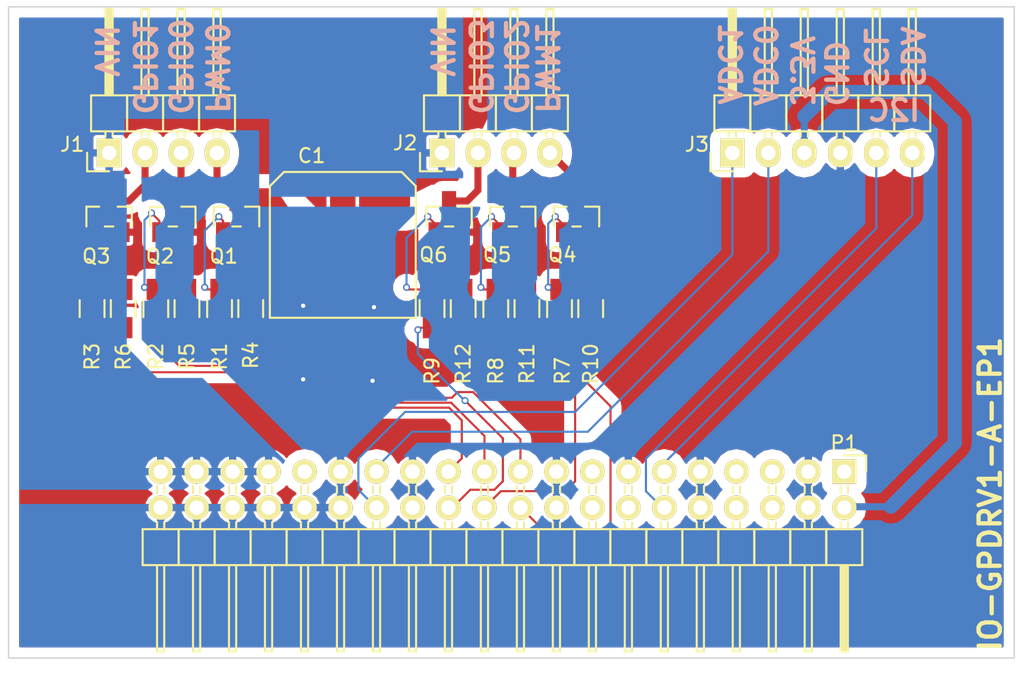
<source format=kicad_pcb>
(kicad_pcb (version 4) (host pcbnew 4.0.4-stable)
  (layers (0 F.Cu mixed) (31 B.Cu mixed) (34 B.Paste user) (35 F.Paste user) (36 B.SilkS user) (37 F.SilkS user) (38 B.Mask user) (39 F.Mask user) (44 Edge.Cuts user))
  (net 0 "")
  (net 1 GND)
  (net 2 /P3V3)
  (net 3 /I2C_SDA)
  (net 4 /I2C_SCL)
  (net 5 /DRIVE_VIN)
  (net 6 /DRIVE0_A)
  (net 7 /DRIVE0_B)
  (net 8 /DRIVE0_C)
  (net 9 /DRIVE1_A)
  (net 10 /DRIVE1_B)
  (net 11 /DRIVE1_C)
  (net 12 /ADC0)
  (net 13 /ADC1)
  (net 14 /DRIVE0_A_SIG)
  (net 15 /DRIVE1_A_SIG)
  (net 16 /DRIVE0_B_SIG)
  (net 17 /DRIVE0_C_SIG)
  (net 18 /DRIVE1_B_SIG)
  (net 19 /DRIVE1_C_SIG)
  (net 20 "Net-(Q1-Pad1)")
  (net 21 "Net-(Q2-Pad1)")
  (net 22 "Net-(Q3-Pad1)")
  (net 23 "Net-(Q4-Pad1)")
  (net 24 "Net-(Q5-Pad1)")
  (net 25 "Net-(Q6-Pad1)")
  (module Pin_Headers:Pin_Header_Angled_2x20 (layer F.Cu) (at 170.9 111.52 270)
    (fp_text reference P1 (at -2.02 0 360) (layer F.SilkS))
    (fp_text value OCX40)
    (pad 1 thru_hole rect (at 0 0 270) (size 1.7272 1.7272) (drill 1.016) (layers *.Cu *.Mask F.SilkS))
    (pad 2 thru_hole oval (at 2.54 0 270) (size 1.7272 1.7272) (drill 1.016) (layers *.Cu *.Mask F.SilkS) (net 2 /P3V3))
    (pad 3 thru_hole oval (at 0 2.54 270) (size 1.7272 1.7272) (drill 1.016) (layers *.Cu *.Mask F.SilkS) (net 1 GND))
    (pad 4 thru_hole oval (at 2.54 2.54 270) (size 1.7272 1.7272) (drill 1.016) (layers *.Cu *.Mask F.SilkS) (net 1 GND))
    (pad 5 thru_hole oval (at 0 5.08 270) (size 1.7272 1.7272) (drill 1.016) (layers *.Cu *.Mask F.SilkS))
    (pad 6 thru_hole oval (at 2.54 5.08 270) (size 1.7272 1.7272) (drill 1.016) (layers *.Cu *.Mask F.SilkS))
    (pad 7 thru_hole oval (at 0 7.62 270) (size 1.7272 1.7272) (drill 1.016) (layers *.Cu *.Mask F.SilkS))
    (pad 8 thru_hole oval (at 2.54 7.62 270) (size 1.7272 1.7272) (drill 1.016) (layers *.Cu *.Mask F.SilkS))
    (pad 9 thru_hole oval (at 0 10.16 270) (size 1.7272 1.7272) (drill 1.016) (layers *.Cu *.Mask F.SilkS) (net 1 GND))
    (pad 10 thru_hole oval (at 2.54 10.16 270) (size 1.7272 1.7272) (drill 1.016) (layers *.Cu *.Mask F.SilkS) (net 1 GND))
    (pad 11 thru_hole oval (at 0 12.7 270) (size 1.7272 1.7272) (drill 1.016) (layers *.Cu *.Mask F.SilkS) (net 3 /I2C_SDA))
    (pad 12 thru_hole oval (at 2.54 12.7 270) (size 1.7272 1.7272) (drill 1.016) (layers *.Cu *.Mask F.SilkS) (net 4 /I2C_SCL))
    (pad 13 thru_hole oval (at 0 15.24 270) (size 1.7272 1.7272) (drill 1.016) (layers *.Cu *.Mask F.SilkS) (net 1 GND))
    (pad 14 thru_hole oval (at 2.54 15.24 270) (size 1.7272 1.7272) (drill 1.016) (layers *.Cu *.Mask F.SilkS))
    (pad 15 thru_hole oval (at 0 17.78 270) (size 1.7272 1.7272) (drill 1.016) (layers *.Cu *.Mask F.SilkS))
    (pad 16 thru_hole oval (at 2.54 17.78 270) (size 1.7272 1.7272) (drill 1.016) (layers *.Cu *.Mask F.SilkS))
    (pad 17 thru_hole oval (at 0 20.32 270) (size 1.7272 1.7272) (drill 1.016) (layers *.Cu *.Mask F.SilkS) (net 1 GND))
    (pad 18 thru_hole oval (at 2.54 20.32 270) (size 1.7272 1.7272) (drill 1.016) (layers *.Cu *.Mask F.SilkS) (net 1 GND))
    (pad 19 thru_hole oval (at 0 22.86 270) (size 1.7272 1.7272) (drill 1.016) (layers *.Cu *.Mask F.SilkS) (net 14 /DRIVE0_A_SIG))
    (pad 20 thru_hole oval (at 2.54 22.86 270) (size 1.7272 1.7272) (drill 1.016) (layers *.Cu *.Mask F.SilkS) (net 15 /DRIVE1_A_SIG))
    (pad 21 thru_hole oval (at 0 25.4 270) (size 1.7272 1.7272) (drill 1.016) (layers *.Cu *.Mask F.SilkS) (net 16 /DRIVE0_B_SIG))
    (pad 22 thru_hole oval (at 2.54 25.4 270) (size 1.7272 1.7272) (drill 1.016) (layers *.Cu *.Mask F.SilkS) (net 18 /DRIVE1_B_SIG))
    (pad 23 thru_hole oval (at 0 27.94 270) (size 1.7272 1.7272) (drill 1.016) (layers *.Cu *.Mask F.SilkS) (net 17 /DRIVE0_C_SIG))
    (pad 24 thru_hole oval (at 2.54 27.94 270) (size 1.7272 1.7272) (drill 1.016) (layers *.Cu *.Mask F.SilkS) (net 19 /DRIVE1_C_SIG))
    (pad 25 thru_hole oval (at 0 30.48 270) (size 1.7272 1.7272) (drill 1.016) (layers *.Cu *.Mask F.SilkS) (net 1 GND))
    (pad 26 thru_hole oval (at 2.54 30.48 270) (size 1.7272 1.7272) (drill 1.016) (layers *.Cu *.Mask F.SilkS) (net 1 GND))
    (pad 27 thru_hole oval (at 0 33.02 270) (size 1.7272 1.7272) (drill 1.016) (layers *.Cu *.Mask F.SilkS) (net 12 /ADC0))
    (pad 28 thru_hole oval (at 2.54 33.02 270) (size 1.7272 1.7272) (drill 1.016) (layers *.Cu *.Mask F.SilkS) (net 13 /ADC1))
    (pad 29 thru_hole oval (at 0 35.56 270) (size 1.7272 1.7272) (drill 1.016) (layers *.Cu *.Mask F.SilkS) (net 1 GND))
    (pad 30 thru_hole oval (at 2.54 35.56 270) (size 1.7272 1.7272) (drill 1.016) (layers *.Cu *.Mask F.SilkS) (net 1 GND))
    (pad 31 thru_hole oval (at 0 38.1 270) (size 1.7272 1.7272) (drill 1.016) (layers *.Cu *.Mask F.SilkS))
    (pad 32 thru_hole oval (at 2.54 38.1 270) (size 1.7272 1.7272) (drill 1.016) (layers *.Cu *.Mask F.SilkS) (net 1 GND))
    (pad 33 thru_hole oval (at 0 40.64 270) (size 1.7272 1.7272) (drill 1.016) (layers *.Cu *.Mask F.SilkS) (net 5 /DRIVE_VIN))
    (pad 34 thru_hole oval (at 2.54 40.64 270) (size 1.7272 1.7272) (drill 1.016) (layers *.Cu *.Mask F.SilkS) (net 1 GND))
    (pad 35 thru_hole oval (at 0 43.18 270) (size 1.7272 1.7272) (drill 1.016) (layers *.Cu *.Mask F.SilkS) (net 5 /DRIVE_VIN))
    (pad 36 thru_hole oval (at 2.54 43.18 270) (size 1.7272 1.7272) (drill 1.016) (layers *.Cu *.Mask F.SilkS) (net 1 GND))
    (pad 37 thru_hole oval (at 0 45.72 270) (size 1.7272 1.7272) (drill 1.016) (layers *.Cu *.Mask F.SilkS) (net 5 /DRIVE_VIN))
    (pad 38 thru_hole oval (at 2.54 45.72 270) (size 1.7272 1.7272) (drill 1.016) (layers *.Cu *.Mask F.SilkS) (net 1 GND))
    (pad 39 thru_hole oval (at 0 48.26 270) (size 1.7272 1.7272) (drill 1.016) (layers *.Cu *.Mask F.SilkS) (net 5 /DRIVE_VIN))
    (pad 40 thru_hole oval (at 2.54 48.26 270) (size 1.7272 1.7272) (drill 1.016) (layers *.Cu *.Mask F.SilkS) (net 1 GND))
  )
  (module proj_footprints:Cap_Panasonic_HA-G (layer F.Cu) (at 135.5 95.5 180)
    (fp_text reference C1 (at 2.2 6.3 180) (layer F.SilkS))
    (fp_text value 100UF)
    (pad 1 smd rect (at 0 4.3 180) (size 1.8 5.5) (layers F.Cu F.Paste F.Mask) (net 5 /DRIVE_VIN))
    (pad 2 smd rect (at 0 -4.3 180) (size 1.8 5.5) (layers F.Cu F.Paste F.Mask) (net 1 GND))
  )
  (module Pin_Headers:Pin_Header_Angled_1x04 (layer F.Cu) (at 119 89 90)
    (fp_text reference J1 (at 0.6 -2.6 180) (layer F.SilkS))
    (fp_text value PH1X4RAFL)
    (pad 1 thru_hole rect (at 0 0 90) (size 2.032 1.7272) (drill 1.016) (layers *.Cu *.Mask F.SilkS) (net 5 /DRIVE_VIN))
    (pad 2 thru_hole oval (at 0 2.54 90) (size 2.032 1.7272) (drill 1.016) (layers *.Cu *.Mask F.SilkS) (net 8 /DRIVE0_C))
    (pad 3 thru_hole oval (at 0 5.08 90) (size 2.032 1.7272) (drill 1.016) (layers *.Cu *.Mask F.SilkS) (net 7 /DRIVE0_B))
    (pad 4 thru_hole oval (at 0 7.62 90) (size 2.032 1.7272) (drill 1.016) (layers *.Cu *.Mask F.SilkS) (net 6 /DRIVE0_A))
  )
  (module Pin_Headers:Pin_Header_Angled_1x04 (layer F.Cu) (at 142.5 89 90)
    (fp_text reference J2 (at 0.7 -2.6 180) (layer F.SilkS))
    (fp_text value PH1X4RAFL)
    (pad 1 thru_hole rect (at 0 0 90) (size 2.032 1.7272) (drill 1.016) (layers *.Cu *.Mask F.SilkS) (net 5 /DRIVE_VIN))
    (pad 2 thru_hole oval (at 0 2.54 90) (size 2.032 1.7272) (drill 1.016) (layers *.Cu *.Mask F.SilkS) (net 11 /DRIVE1_C))
    (pad 3 thru_hole oval (at 0 5.08 90) (size 2.032 1.7272) (drill 1.016) (layers *.Cu *.Mask F.SilkS) (net 10 /DRIVE1_B))
    (pad 4 thru_hole oval (at 0 7.62 90) (size 2.032 1.7272) (drill 1.016) (layers *.Cu *.Mask F.SilkS) (net 9 /DRIVE1_A))
  )
  (module Pin_Headers:Pin_Header_Angled_1x06 (layer F.Cu) (at 163 89 90)
    (fp_text reference J3 (at 0.6 -2.5 180) (layer F.SilkS))
    (fp_text value PH1X6RAFL)
    (pad 1 thru_hole rect (at 0 0 90) (size 2.032 1.7272) (drill 1.016) (layers *.Cu *.Mask F.SilkS) (net 13 /ADC1))
    (pad 2 thru_hole oval (at 0 2.54 90) (size 2.032 1.7272) (drill 1.016) (layers *.Cu *.Mask F.SilkS) (net 12 /ADC0))
    (pad 3 thru_hole oval (at 0 5.08 90) (size 2.032 1.7272) (drill 1.016) (layers *.Cu *.Mask F.SilkS) (net 2 /P3V3))
    (pad 4 thru_hole oval (at 0 7.62 90) (size 2.032 1.7272) (drill 1.016) (layers *.Cu *.Mask F.SilkS) (net 1 GND))
    (pad 5 thru_hole oval (at 0 10.16 90) (size 2.032 1.7272) (drill 1.016) (layers *.Cu *.Mask F.SilkS) (net 4 /I2C_SCL))
    (pad 6 thru_hole oval (at 0 12.7 90) (size 2.032 1.7272) (drill 1.016) (layers *.Cu *.Mask F.SilkS) (net 3 /I2C_SDA))
  )
  (module proj_footprints:SOT-23 (layer F.Cu) (at 128 93.5)
    (fp_text reference Q1 (at -0.9 2.8) (layer F.SilkS))
    (fp_text value PMV40UN2)
    (pad 1 smd rect (at -0.95 1.1) (size 1 1.4) (layers F.Cu F.Paste F.Mask) (net 20 "Net-(Q1-Pad1)"))
    (pad 2 smd rect (at 0.95 1.1) (size 1 1.4) (layers F.Cu F.Paste F.Mask) (net 1 GND))
    (pad 3 smd rect (at 0 -1.1) (size 1 1.4) (layers F.Cu F.Paste F.Mask) (net 6 /DRIVE0_A))
  )
  (module proj_footprints:SOT-23 (layer F.Cu) (at 123.5 93.5)
    (fp_text reference Q2 (at -0.9 2.8) (layer F.SilkS))
    (fp_text value PMV40UN2)
    (pad 1 smd rect (at -0.95 1.1) (size 1 1.4) (layers F.Cu F.Paste F.Mask) (net 21 "Net-(Q2-Pad1)"))
    (pad 2 smd rect (at 0.95 1.1) (size 1 1.4) (layers F.Cu F.Paste F.Mask) (net 1 GND))
    (pad 3 smd rect (at 0 -1.1) (size 1 1.4) (layers F.Cu F.Paste F.Mask) (net 7 /DRIVE0_B))
  )
  (module proj_footprints:SOT-23 (layer F.Cu) (at 119 93.5)
    (fp_text reference Q3 (at -0.9 2.8) (layer F.SilkS))
    (fp_text value PMV40UN2)
    (pad 1 smd rect (at -0.95 1.1) (size 1 1.4) (layers F.Cu F.Paste F.Mask) (net 22 "Net-(Q3-Pad1)"))
    (pad 2 smd rect (at 0.95 1.1) (size 1 1.4) (layers F.Cu F.Paste F.Mask) (net 1 GND))
    (pad 3 smd rect (at 0 -1.1) (size 1 1.4) (layers F.Cu F.Paste F.Mask) (net 8 /DRIVE0_C))
  )
  (module proj_footprints:SOT-23 (layer F.Cu) (at 152 93.5)
    (fp_text reference Q4 (at -1 2.7) (layer F.SilkS))
    (fp_text value PMV40UN2)
    (pad 1 smd rect (at -0.95 1.1) (size 1 1.4) (layers F.Cu F.Paste F.Mask) (net 23 "Net-(Q4-Pad1)"))
    (pad 2 smd rect (at 0.95 1.1) (size 1 1.4) (layers F.Cu F.Paste F.Mask) (net 1 GND))
    (pad 3 smd rect (at 0 -1.1) (size 1 1.4) (layers F.Cu F.Paste F.Mask) (net 9 /DRIVE1_A))
  )
  (module proj_footprints:SOT-23 (layer F.Cu) (at 147.5 93.5)
    (fp_text reference Q5 (at -1.1 2.7) (layer F.SilkS))
    (fp_text value PMV40UN2)
    (pad 1 smd rect (at -0.95 1.1) (size 1 1.4) (layers F.Cu F.Paste F.Mask) (net 24 "Net-(Q5-Pad1)"))
    (pad 2 smd rect (at 0.95 1.1) (size 1 1.4) (layers F.Cu F.Paste F.Mask) (net 1 GND))
    (pad 3 smd rect (at 0 -1.1) (size 1 1.4) (layers F.Cu F.Paste F.Mask) (net 10 /DRIVE1_B))
  )
  (module proj_footprints:SOT-23 (layer F.Cu) (at 143 93.5)
    (fp_text reference Q6 (at -1.1 2.7) (layer F.SilkS))
    (fp_text value PMV40UN2)
    (pad 1 smd rect (at -0.95 1.1) (size 1 1.4) (layers F.Cu F.Paste F.Mask) (net 25 "Net-(Q6-Pad1)"))
    (pad 2 smd rect (at 0.95 1.1) (size 1 1.4) (layers F.Cu F.Paste F.Mask) (net 1 GND))
    (pad 3 smd rect (at 0 -1.1) (size 1 1.4) (layers F.Cu F.Paste F.Mask) (net 11 /DRIVE1_C))
  )
  (module Resistors_SMD:R_0805_HandSoldering (layer F.Cu) (at 126.8 100 270)
    (fp_text reference R1 (at 3.4 0 270) (layer F.SilkS))
    (fp_text value 22R)
    (pad 1 smd rect (at -1.35 0 270) (size 1.5 1.3) (layers F.Cu F.Paste F.Mask) (net 20 "Net-(Q1-Pad1)"))
    (pad 2 smd rect (at 1.35 0 270) (size 1.5 1.3) (layers F.Cu F.Paste F.Mask) (net 14 /DRIVE0_A_SIG))
  )
  (module Resistors_SMD:R_0805_HandSoldering (layer F.Cu) (at 122.3 100 270)
    (fp_text reference R2 (at 3.4 0 270) (layer F.SilkS))
    (fp_text value 22R)
    (pad 1 smd rect (at -1.35 0 270) (size 1.5 1.3) (layers F.Cu F.Paste F.Mask) (net 21 "Net-(Q2-Pad1)"))
    (pad 2 smd rect (at 1.35 0 270) (size 1.5 1.3) (layers F.Cu F.Paste F.Mask) (net 16 /DRIVE0_B_SIG))
  )
  (module Resistors_SMD:R_0805_HandSoldering (layer F.Cu) (at 117.8 100 270)
    (fp_text reference R3 (at 3.4 0 270) (layer F.SilkS))
    (fp_text value 22R)
    (pad 1 smd rect (at -1.35 0 270) (size 1.5 1.3) (layers F.Cu F.Paste F.Mask) (net 22 "Net-(Q3-Pad1)"))
    (pad 2 smd rect (at 1.35 0 270) (size 1.5 1.3) (layers F.Cu F.Paste F.Mask) (net 17 /DRIVE0_C_SIG))
  )
  (module Resistors_SMD:R_0805_HandSoldering (layer F.Cu) (at 129 100 270)
    (fp_text reference R4 (at 3.3 0 270) (layer F.SilkS))
    (fp_text value 10K)
    (pad 1 smd rect (at -1.35 0 270) (size 1.5 1.3) (layers F.Cu F.Paste F.Mask) (net 1 GND))
    (pad 2 smd rect (at 1.35 0 270) (size 1.5 1.3) (layers F.Cu F.Paste F.Mask) (net 20 "Net-(Q1-Pad1)"))
  )
  (module Resistors_SMD:R_0805_HandSoldering (layer F.Cu) (at 124.5 100 270)
    (fp_text reference R5 (at 3.4 0 270) (layer F.SilkS))
    (fp_text value 10K)
    (pad 1 smd rect (at -1.35 0 270) (size 1.5 1.3) (layers F.Cu F.Paste F.Mask) (net 1 GND))
    (pad 2 smd rect (at 1.35 0 270) (size 1.5 1.3) (layers F.Cu F.Paste F.Mask) (net 21 "Net-(Q2-Pad1)"))
  )
  (module Resistors_SMD:R_0805_HandSoldering (layer F.Cu) (at 120 100 270)
    (fp_text reference R6 (at 3.4 0 270) (layer F.SilkS))
    (fp_text value 10K)
    (pad 1 smd rect (at -1.35 0 270) (size 1.5 1.3) (layers F.Cu F.Paste F.Mask) (net 1 GND))
    (pad 2 smd rect (at 1.35 0 270) (size 1.5 1.3) (layers F.Cu F.Paste F.Mask) (net 22 "Net-(Q3-Pad1)"))
  )
  (module Resistors_SMD:R_0805_HandSoldering (layer F.Cu) (at 150.8 100 270)
    (fp_text reference R7 (at 4.4 -0.2 270) (layer F.SilkS))
    (fp_text value 22R)
    (pad 1 smd rect (at -1.35 0 270) (size 1.5 1.3) (layers F.Cu F.Paste F.Mask) (net 23 "Net-(Q4-Pad1)"))
    (pad 2 smd rect (at 1.35 0 270) (size 1.5 1.3) (layers F.Cu F.Paste F.Mask) (net 15 /DRIVE1_A_SIG))
  )
  (module Resistors_SMD:R_0805_HandSoldering (layer F.Cu) (at 146.3 100 270)
    (fp_text reference R8 (at 4.4 0 270) (layer F.SilkS))
    (fp_text value 22R)
    (pad 1 smd rect (at -1.35 0 270) (size 1.5 1.3) (layers F.Cu F.Paste F.Mask) (net 24 "Net-(Q5-Pad1)"))
    (pad 2 smd rect (at 1.35 0 270) (size 1.5 1.3) (layers F.Cu F.Paste F.Mask) (net 18 /DRIVE1_B_SIG))
  )
  (module Resistors_SMD:R_0805_HandSoldering (layer F.Cu) (at 141.8 100 270)
    (fp_text reference R9 (at 4.4 0 270) (layer F.SilkS))
    (fp_text value 22R)
    (pad 1 smd rect (at -1.35 0 270) (size 1.5 1.3) (layers F.Cu F.Paste F.Mask) (net 25 "Net-(Q6-Pad1)"))
    (pad 2 smd rect (at 1.35 0 270) (size 1.5 1.3) (layers F.Cu F.Paste F.Mask) (net 19 /DRIVE1_C_SIG))
  )
  (module Resistors_SMD:R_0805_HandSoldering (layer F.Cu) (at 153 100 270)
    (fp_text reference R10 (at 3.9 0 270) (layer F.SilkS))
    (fp_text value 10K)
    (pad 1 smd rect (at -1.35 0 270) (size 1.5 1.3) (layers F.Cu F.Paste F.Mask) (net 1 GND))
    (pad 2 smd rect (at 1.35 0 270) (size 1.5 1.3) (layers F.Cu F.Paste F.Mask) (net 23 "Net-(Q4-Pad1)"))
  )
  (module Resistors_SMD:R_0805_HandSoldering (layer F.Cu) (at 148.5 100 270)
    (fp_text reference R11 (at 3.9 0 270) (layer F.SilkS))
    (fp_text value 10K)
    (pad 1 smd rect (at -1.35 0 270) (size 1.5 1.3) (layers F.Cu F.Paste F.Mask) (net 1 GND))
    (pad 2 smd rect (at 1.35 0 270) (size 1.5 1.3) (layers F.Cu F.Paste F.Mask) (net 24 "Net-(Q5-Pad1)"))
  )
  (module Resistors_SMD:R_0805_HandSoldering (layer F.Cu) (at 144 100 270)
    (fp_text reference R12 (at 3.9 0 270) (layer F.SilkS))
    (fp_text value 10K)
    (pad 1 smd rect (at -1.35 0 270) (size 1.5 1.3) (layers F.Cu F.Paste F.Mask) (net 1 GND))
    (pad 2 smd rect (at 1.35 0 270) (size 1.5 1.3) (layers F.Cu F.Paste F.Mask) (net 25 "Net-(Q6-Pad1)"))
  )
  (gr_text IO-GPDRV1-A-EP1 (at 181.2 113.1 90) (layer F.SilkS) (effects (font (size 1.5 1.5) (thickness 0.3))))
  (gr_text I2C (at 174.4 86) (layer B.SilkS) (effects (font (size 1.5 1.5) (thickness 0.3)) (justify mirror)))
  (gr_text GND (at 170.3 83.4 270) (layer B.SilkS) (effects (font (size 1.5 1.5) (thickness 0.3)) (justify mirror)))
  (gr_text SCL (at 173.1 82.3 270) (layer B.SilkS) (effects (font (size 1.5 1.5) (thickness 0.3)) (justify mirror)))
  (gr_text SDA (at 175.7 82.2 270) (layer B.SilkS) (effects (font (size 1.5 1.5) (thickness 0.3)) (justify mirror)))
  (gr_text 3.3V (at 167.9 83.2 270) (layer B.SilkS) (effects (font (size 1.5 1.5) (thickness 0.3)) (justify mirror)))
  (gr_text ADC0 (at 165.3 82.8 270) (layer B.SilkS) (effects (font (size 1.5 1.5) (thickness 0.3)) (justify mirror)))
  (gr_text ADC1 (at 162.8 82.7 270) (layer B.SilkS) (effects (font (size 1.5 1.5) (thickness 0.3)) (justify mirror)))
  (gr_text PWM1 (at 149.9 83 270) (layer B.SilkS) (effects (font (size 1.5 1.5) (thickness 0.3)) (justify mirror)))
  (gr_text VIN (at 142.5 81.8 270) (layer B.SilkS) (effects (font (size 1.5 1.5) (thickness 0.3)) (justify mirror)))
  (gr_text GPIO3 (at 145.2 82.9 270) (layer B.SilkS) (effects (font (size 1.5 1.5) (thickness 0.3)) (justify mirror)))
  (gr_text GPIO2 (at 147.7 82.9 270) (layer B.SilkS) (effects (font (size 1.5 1.5) (thickness 0.3)) (justify mirror)))
  (gr_text PWM0 (at 126.6 83 270) (layer B.SilkS) (effects (font (size 1.5 1.5) (thickness 0.3)) (justify mirror)))
  (gr_text GPIO0 (at 124 82.9 270) (layer B.SilkS) (effects (font (size 1.5 1.5) (thickness 0.3)) (justify mirror)))
  (gr_text GPIO1 (at 121.5 82.9 270) (layer B.SilkS) (effects (font (size 1.5 1.5) (thickness 0.3)) (justify mirror)))
  (gr_text VIN (at 118.8 81.8 270) (layer B.SilkS) (effects (font (size 1.5 1.5) (thickness 0.3)) (justify mirror)))
  (gr_text + (at 135.5 87.2) (layer F.Cu) (effects (font (size 1.5 1.5) (thickness 0.3))))
  (gr_line (start 111.901322 78.685038) (end 111.901322 124.685038) (layer Edge.Cuts) (width 0.1))
  (gr_line (start 111.901322 124.685038) (end 182.901322 124.685038) (layer Edge.Cuts) (width 0.1))
  (gr_line (start 182.901322 124.685038) (end 182.901322 78.685038) (layer Edge.Cuts) (width 0.1))
  (gr_line (start 182.901322 78.685038) (end 111.901322 78.685038) (layer Edge.Cuts) (width 0.1))
  (segment (start 135.5 99.8) (end 132.7 99.8) (width 0.15) (layer F.Cu) (net 1))
  (segment (start 137.6 99.8) (end 135.5 99.8) (width 0.15) (layer F.Cu) (net 1))
  (segment (start 137.7 99.9) (end 137.6 99.8) (width 0.15) (layer F.Cu) (net 1))
  (via (at 137.7 99.9) (size 0.5) (drill 0.3) (layers F.Cu B.Cu) (net 1))
  (segment (start 137.7 105) (end 137.7 99.9) (width 0.15) (layer B.Cu) (net 1))
  (segment (start 137.6 105.1) (end 137.7 105) (width 0.15) (layer B.Cu) (net 1))
  (via (at 137.6 105.1) (size 0.5) (drill 0.3) (layers F.Cu B.Cu) (net 1))
  (segment (start 132.8 105.1) (end 137.6 105.1) (width 0.15) (layer F.Cu) (net 1))
  (segment (start 132.7 105) (end 132.8 105.1) (width 0.15) (layer F.Cu) (net 1))
  (via (at 132.7 105) (size 0.5) (drill 0.3) (layers F.Cu B.Cu) (net 1))
  (segment (start 132.7 99.8) (end 132.7 105) (width 0.15) (layer B.Cu) (net 1))
  (via (at 132.7 99.8) (size 0.5) (drill 0.3) (layers F.Cu B.Cu) (net 1))
  (segment (start 168.08 89) (end 168.08 86.42) (width 0.5) (layer B.Cu) (net 2))
  (segment (start 174.2 114) (end 170.96 114) (width 0.5) (layer B.Cu) (net 2))
  (segment (start 178.7 109.5) (end 174.2 114) (width 1) (layer B.Cu) (net 2))
  (segment (start 178.7 86.8) (end 178.7 109.5) (width 1) (layer B.Cu) (net 2))
  (segment (start 176.6 84.7) (end 178.7 86.8) (width 1) (layer B.Cu) (net 2))
  (segment (start 169.8 84.7) (end 176.6 84.7) (width 1) (layer B.Cu) (net 2))
  (segment (start 168.08 86.42) (end 169.8 84.7) (width 1) (layer B.Cu) (net 2))
  (segment (start 170.96 114) (end 170.9 114.06) (width 0.5) (layer B.Cu) (net 2))
  (segment (start 158.2 111.52) (end 158.2 110.9) (width 0.15) (layer B.Cu) (net 3))
  (segment (start 158.2 110.9) (end 175.7 93.4) (width 0.15) (layer B.Cu) (net 3))
  (segment (start 175.7 93.4) (end 175.7 89) (width 0.15) (layer B.Cu) (net 3))
  (segment (start 158.2 114.06) (end 158.06 114.06) (width 0.15) (layer B.Cu) (net 4))
  (segment (start 158.06 114.06) (end 156.9 112.9) (width 0.15) (layer B.Cu) (net 4))
  (segment (start 173.16 94.34) (end 173.16 89) (width 0.15) (layer B.Cu) (net 4))
  (segment (start 156.9 110.6) (end 173.16 94.34) (width 0.15) (layer B.Cu) (net 4))
  (segment (start 156.9 112.9) (end 156.9 110.6) (width 0.15) (layer B.Cu) (net 4))
  (segment (start 158.2 114.06) (end 158.34 114.06) (width 0.15) (layer B.Cu) (net 4))
  (segment (start 126.62 89) (end 126.62 91.72) (width 0.5) (layer F.Cu) (net 6))
  (segment (start 127.3 92.4) (end 128 92.4) (width 0.5) (layer F.Cu) (net 6))
  (segment (start 126.62 91.72) (end 127.3 92.4) (width 0.5) (layer F.Cu) (net 6))
  (segment (start 123.5 92.4) (end 123.5 91.4) (width 0.5) (layer F.Cu) (net 7))
  (segment (start 124.08 90.82) (end 124.08 89) (width 0.5) (layer F.Cu) (net 7))
  (segment (start 123.5 91.4) (end 124.08 90.82) (width 0.5) (layer F.Cu) (net 7))
  (segment (start 119 92.4) (end 120.4 92.4) (width 0.5) (layer F.Cu) (net 8))
  (segment (start 121.54 91.26) (end 121.54 89) (width 0.5) (layer F.Cu) (net 8))
  (segment (start 120.4 92.4) (end 121.54 91.26) (width 0.5) (layer F.Cu) (net 8))
  (segment (start 152 92.4) (end 152 90.88) (width 0.5) (layer F.Cu) (net 9))
  (segment (start 152 90.88) (end 150.12 89) (width 0.5) (layer F.Cu) (net 9))
  (segment (start 147.5 92.4) (end 147.5 89.08) (width 0.5) (layer F.Cu) (net 10))
  (segment (start 147.5 89.08) (end 147.58 89) (width 0.5) (layer F.Cu) (net 10))
  (segment (start 145.04 89) (end 145.04 91.64) (width 0.5) (layer F.Cu) (net 11))
  (segment (start 144.28 92.4) (end 143 92.4) (width 0.5) (layer F.Cu) (net 11))
  (segment (start 145.04 91.64) (end 144.28 92.4) (width 0.5) (layer F.Cu) (net 11))
  (segment (start 165.54 89) (end 165.54 95.96) (width 0.15) (layer B.Cu) (net 12))
  (segment (start 140.4 108.7) (end 137.88 111.22) (width 0.15) (layer B.Cu) (net 12))
  (segment (start 152.8 108.7) (end 140.4 108.7) (width 0.15) (layer B.Cu) (net 12))
  (segment (start 165.54 95.96) (end 152.8 108.7) (width 0.15) (layer B.Cu) (net 12))
  (segment (start 137.88 111.22) (end 137.88 111.52) (width 0.15) (layer B.Cu) (net 12))
  (segment (start 137.88 114.06) (end 137.86 114.06) (width 0.15) (layer B.Cu) (net 13))
  (segment (start 137.86 114.06) (end 136.6 112.8) (width 0.15) (layer B.Cu) (net 13))
  (segment (start 136.6 112.8) (end 136.6 110.6) (width 0.15) (layer B.Cu) (net 13))
  (segment (start 136.6 110.6) (end 139.9 107.3) (width 0.15) (layer B.Cu) (net 13))
  (segment (start 139.9 107.3) (end 151.9 107.3) (width 0.15) (layer B.Cu) (net 13))
  (segment (start 151.9 107.3) (end 163 96.2) (width 0.15) (layer B.Cu) (net 13))
  (segment (start 163 96.2) (end 163 89) (width 0.15) (layer B.Cu) (net 13))
  (segment (start 142.04 106.3) (end 143.2 106.3) (width 0.15) (layer F.Cu) (net 14))
  (segment (start 143.2 106.3) (end 143.6 105.9) (width 0.15) (layer F.Cu) (net 14))
  (segment (start 148.04 109.24) (end 148.04 111.52) (width 0.15) (layer F.Cu) (net 14))
  (segment (start 145.1 106.3) (end 148.04 109.24) (width 0.15) (layer F.Cu) (net 14))
  (segment (start 131.1 106.3) (end 142.04 106.3) (width 0.15) (layer F.Cu) (net 14))
  (segment (start 126.8 102) (end 131.1 106.3) (width 0.15) (layer F.Cu) (net 14))
  (segment (start 143.6 105.9) (end 144.7 105.9) (width 0.15) (layer F.Cu) (net 14))
  (segment (start 144.7 105.9) (end 145.1 106.3) (width 0.15) (layer F.Cu) (net 14))
  (segment (start 126.8 101.35) (end 126.8 102) (width 0.15) (layer F.Cu) (net 14))
  (segment (start 148.04 114.06) (end 148.06 114.06) (width 0.15) (layer F.Cu) (net 15))
  (segment (start 148.06 114.06) (end 149.8 115.8) (width 0.15) (layer F.Cu) (net 15))
  (segment (start 149.8 115.8) (end 153.7 115.8) (width 0.15) (layer F.Cu) (net 15))
  (segment (start 153.7 115.8) (end 154.4 115.1) (width 0.15) (layer F.Cu) (net 15))
  (segment (start 154.4 115.1) (end 154.4 106.9) (width 0.15) (layer F.Cu) (net 15))
  (segment (start 154.4 106.9) (end 150.8 103.3) (width 0.15) (layer F.Cu) (net 15))
  (segment (start 150.8 103.3) (end 150.8 101.35) (width 0.15) (layer F.Cu) (net 15))
  (segment (start 122.3 101.35) (end 122.3 102.4) (width 0.15) (layer F.Cu) (net 16))
  (segment (start 145.5 109) (end 145.5 111.52) (width 0.15) (layer F.Cu) (net 16))
  (segment (start 143.150002 106.650002) (end 145.5 109) (width 0.15) (layer F.Cu) (net 16))
  (segment (start 130.955024 106.650002) (end 143.150002 106.650002) (width 0.15) (layer F.Cu) (net 16))
  (segment (start 128.352511 104.047489) (end 130.955024 106.650002) (width 0.15) (layer F.Cu) (net 16))
  (segment (start 123.947489 104.047489) (end 128.352511 104.047489) (width 0.15) (layer F.Cu) (net 16))
  (segment (start 122.3 102.4) (end 123.947489 104.047489) (width 0.15) (layer F.Cu) (net 16))
  (segment (start 117.8 101.35) (end 117.8 101.9) (width 0.15) (layer F.Cu) (net 17))
  (segment (start 117.8 101.9) (end 120.4 104.5) (width 0.15) (layer F.Cu) (net 17))
  (segment (start 120.4 104.5) (end 128.310044 104.5) (width 0.15) (layer F.Cu) (net 17))
  (segment (start 128.310044 104.5) (end 130.810048 107.000004) (width 0.15) (layer F.Cu) (net 17))
  (segment (start 130.810048 107.000004) (end 143.005026 107.000004) (width 0.15) (layer F.Cu) (net 17))
  (segment (start 143.005026 107.000004) (end 143.9 107.894978) (width 0.15) (layer F.Cu) (net 17))
  (segment (start 143.9 107.894978) (end 143.9 110.58) (width 0.15) (layer F.Cu) (net 17))
  (segment (start 143.9 110.58) (end 142.96 111.52) (width 0.15) (layer F.Cu) (net 17))
  (segment (start 146.3 101.35) (end 146.3 102.1) (width 0.15) (layer F.Cu) (net 18))
  (segment (start 146.3 102.1) (end 148.4 104.2) (width 0.15) (layer F.Cu) (net 18))
  (segment (start 148.4 104.2) (end 150.1 104.2) (width 0.15) (layer F.Cu) (net 18))
  (segment (start 150.1 104.2) (end 151.9 106) (width 0.15) (layer F.Cu) (net 18))
  (segment (start 151.9 106) (end 151.9 112.2) (width 0.15) (layer F.Cu) (net 18))
  (segment (start 151.9 112.2) (end 151.2 112.9) (width 0.15) (layer F.Cu) (net 18))
  (segment (start 151.2 112.9) (end 146.66 112.9) (width 0.15) (layer F.Cu) (net 18))
  (segment (start 146.66 112.9) (end 145.5 114.06) (width 0.15) (layer F.Cu) (net 18))
  (segment (start 146.8 109.2) (end 146.8 109.17) (width 0.15) (layer F.Cu) (net 19))
  (segment (start 146.8 109.17) (end 144.13 106.5) (width 0.15) (layer F.Cu) (net 19))
  (segment (start 144.125 106.505) (end 144.105 106.505) (width 0.15) (layer B.Cu) (net 19))
  (segment (start 144.13 106.5) (end 144.125 106.505) (width 0.15) (layer B.Cu) (net 19))
  (via (at 144.13 106.5) (size 0.5) (drill 0.3) (layers F.Cu B.Cu) (net 19))
  (segment (start 144.105 106.505) (end 140.8 103.2) (width 0.15) (layer B.Cu) (net 19))
  (segment (start 140.8 103.2) (end 140.8 101.5) (width 0.15) (layer B.Cu) (net 19))
  (via (at 140.8 101.5) (size 0.5) (drill 0.3) (layers F.Cu B.Cu) (net 19))
  (segment (start 140.8 101.5) (end 140.95 101.35) (width 0.15) (layer F.Cu) (net 19))
  (segment (start 140.95 101.35) (end 141.8 101.35) (width 0.15) (layer F.Cu) (net 19))
  (segment (start 142.96 114.06) (end 143.24 114.06) (width 0.15) (layer F.Cu) (net 19))
  (segment (start 143.24 114.06) (end 144.5 112.8) (width 0.15) (layer F.Cu) (net 19))
  (segment (start 144.5 112.8) (end 146.2 112.8) (width 0.15) (layer F.Cu) (net 19))
  (segment (start 146.2 112.8) (end 146.8 112.2) (width 0.15) (layer F.Cu) (net 19))
  (segment (start 146.8 112.2) (end 146.8 109.2) (width 0.15) (layer F.Cu) (net 19))
  (segment (start 125.75 98.5) (end 125.75 94.5) (width 0.15) (layer B.Cu) (net 20))
  (segment (start 127.05 93.8) (end 127.05 94.6) (width 0.15) (layer F.Cu) (net 20))
  (segment (start 126.75 93.5) (end 127.05 93.8) (width 0.15) (layer F.Cu) (net 20))
  (via (at 126.75 93.5) (size 0.5) (drill 0.3) (layers F.Cu B.Cu) (net 20))
  (segment (start 125.75 94.5) (end 126.75 93.5) (width 0.15) (layer B.Cu) (net 20))
  (segment (start 126.8 98.65) (end 125.9 98.65) (width 0.15) (layer F.Cu) (net 20))
  (via (at 125.75 98.5) (size 0.5) (drill 0.3) (layers F.Cu B.Cu) (net 20))
  (segment (start 125.9 98.65) (end 125.75 98.5) (width 0.15) (layer F.Cu) (net 20))
  (segment (start 126.8 98.3) (end 126.8 98.65) (width 0.15) (layer F.Cu) (net 20))
  (segment (start 126.8 94.85) (end 127.05 94.6) (width 0.15) (layer F.Cu) (net 20))
  (segment (start 126.8 98.65) (end 126.8 99.3) (width 0.15) (layer F.Cu) (net 20))
  (segment (start 126.8 99.3) (end 127.6 100.1) (width 0.15) (layer F.Cu) (net 20))
  (segment (start 127.6 100.1) (end 128.4 100.1) (width 0.15) (layer F.Cu) (net 20))
  (segment (start 128.4 100.1) (end 129 100.7) (width 0.15) (layer F.Cu) (net 20))
  (segment (start 129 100.7) (end 129 101.35) (width 0.15) (layer F.Cu) (net 20))
  (segment (start 122.55 94.6) (end 122.55 93.8) (width 0.15) (layer F.Cu) (net 21))
  (segment (start 121.5 93.75) (end 121.5 98.5) (width 0.15) (layer B.Cu) (net 21))
  (segment (start 122 93.25) (end 121.5 93.75) (width 0.15) (layer B.Cu) (net 21))
  (via (at 122 93.25) (size 0.5) (drill 0.3) (layers F.Cu B.Cu) (net 21))
  (segment (start 122.55 93.8) (end 122 93.25) (width 0.15) (layer F.Cu) (net 21))
  (segment (start 121.5 98.5) (end 121.65 98.65) (width 0.15) (layer F.Cu) (net 21))
  (via (at 121.5 98.5) (size 0.5) (drill 0.3) (layers F.Cu B.Cu) (net 21))
  (segment (start 121.65 98.65) (end 122.3 98.65) (width 0.15) (layer F.Cu) (net 21))
  (segment (start 122.3 98.3) (end 122.3 98.65) (width 0.15) (layer F.Cu) (net 21))
  (segment (start 122.3 94.85) (end 122.55 94.6) (width 0.15) (layer F.Cu) (net 21))
  (segment (start 122.3 98.65) (end 122.3 99.7) (width 0.15) (layer F.Cu) (net 21))
  (segment (start 123.4 100) (end 124.5 101.1) (width 0.15) (layer F.Cu) (net 21))
  (segment (start 122.6 100) (end 123.4 100) (width 0.15) (layer F.Cu) (net 21))
  (segment (start 122.3 99.7) (end 122.6 100) (width 0.15) (layer F.Cu) (net 21))
  (segment (start 124.5 101.1) (end 124.5 101.35) (width 0.15) (layer F.Cu) (net 21))
  (segment (start 118.05 94.6) (end 118.05 98.4) (width 0.15) (layer F.Cu) (net 22))
  (segment (start 118.05 98.4) (end 117.8 98.65) (width 0.15) (layer F.Cu) (net 22))
  (segment (start 117.8 94.85) (end 118.05 94.6) (width 0.15) (layer F.Cu) (net 22))
  (segment (start 117.8 98.65) (end 117.8 99.2) (width 0.15) (layer F.Cu) (net 22))
  (segment (start 117.8 99.2) (end 118.5 99.9) (width 0.15) (layer F.Cu) (net 22))
  (segment (start 118.5 99.9) (end 118.8 99.9) (width 0.15) (layer F.Cu) (net 22))
  (segment (start 118.8 99.9) (end 120 101.1) (width 0.15) (layer F.Cu) (net 22))
  (segment (start 120 101.1) (end 120 101.35) (width 0.15) (layer F.Cu) (net 22))
  (segment (start 151.05 94.6) (end 151.05 94.05) (width 0.15) (layer F.Cu) (net 23))
  (segment (start 151.05 94.05) (end 150.5 93.5) (width 0.15) (layer F.Cu) (net 23))
  (segment (start 150 94) (end 150 98.5) (width 0.15) (layer B.Cu) (net 23))
  (segment (start 150.5 93.5) (end 150 94) (width 0.15) (layer B.Cu) (net 23))
  (via (at 150.5 93.5) (size 0.5) (drill 0.3) (layers F.Cu B.Cu) (net 23))
  (segment (start 150 98.5) (end 150.15 98.65) (width 0.15) (layer F.Cu) (net 23))
  (via (at 150 98.5) (size 0.5) (drill 0.3) (layers F.Cu B.Cu) (net 23))
  (segment (start 150.15 98.65) (end 150.8 98.65) (width 0.15) (layer F.Cu) (net 23))
  (segment (start 150.8 94.85) (end 151.05 94.6) (width 0.15) (layer F.Cu) (net 23))
  (segment (start 150.8 98.65) (end 150.8 99.8) (width 0.15) (layer F.Cu) (net 23))
  (segment (start 153 100.2) (end 153 101.35) (width 0.15) (layer F.Cu) (net 23))
  (segment (start 152.8 100) (end 153 100.2) (width 0.15) (layer F.Cu) (net 23))
  (segment (start 151 100) (end 152.8 100) (width 0.15) (layer F.Cu) (net 23))
  (segment (start 150.8 99.8) (end 151 100) (width 0.15) (layer F.Cu) (net 23))
  (segment (start 145.25 98.5) (end 145.25 94.25) (width 0.15) (layer B.Cu) (net 24))
  (segment (start 146 93.5) (end 146.55 94.05) (width 0.15) (layer F.Cu) (net 24))
  (via (at 146 93.5) (size 0.5) (drill 0.3) (layers F.Cu B.Cu) (net 24))
  (segment (start 145.25 94.25) (end 146 93.5) (width 0.15) (layer B.Cu) (net 24))
  (segment (start 146.55 94.05) (end 146.55 94.6) (width 0.15) (layer F.Cu) (net 24))
  (segment (start 145.4 98.65) (end 146.3 98.65) (width 0.15) (layer F.Cu) (net 24))
  (segment (start 145.25 98.5) (end 145.4 98.65) (width 0.15) (layer F.Cu) (net 24))
  (via (at 145.25 98.5) (size 0.5) (drill 0.3) (layers F.Cu B.Cu) (net 24))
  (segment (start 146.3 94.85) (end 146.55 94.6) (width 0.15) (layer F.Cu) (net 24))
  (segment (start 146.3 98.65) (end 146.3 99.7) (width 0.15) (layer F.Cu) (net 24))
  (segment (start 146.3 99.7) (end 146.6 100) (width 0.15) (layer F.Cu) (net 24))
  (segment (start 146.6 100) (end 148.2 100) (width 0.15) (layer F.Cu) (net 24))
  (segment (start 148.2 100) (end 148.5 100.3) (width 0.15) (layer F.Cu) (net 24))
  (segment (start 148.5 100.3) (end 148.5 101.35) (width 0.15) (layer F.Cu) (net 24))
  (segment (start 142.05 94.6) (end 142.05 94.05) (width 0.15) (layer F.Cu) (net 25))
  (segment (start 142.05 94.05) (end 141.5 93.5) (width 0.15) (layer F.Cu) (net 25))
  (segment (start 140 95) (end 140 98.5) (width 0.15) (layer B.Cu) (net 25))
  (segment (start 141.5 93.5) (end 140 95) (width 0.15) (layer B.Cu) (net 25))
  (via (at 141.5 93.5) (size 0.5) (drill 0.3) (layers F.Cu B.Cu) (net 25))
  (segment (start 140.15 98.65) (end 141.8 98.65) (width 0.15) (layer F.Cu) (net 25))
  (segment (start 140 98.5) (end 140.15 98.65) (width 0.15) (layer F.Cu) (net 25))
  (via (at 140 98.5) (size 0.5) (drill 0.3) (layers F.Cu B.Cu) (net 25))
  (segment (start 141.8 94.85) (end 142.05 94.6) (width 0.15) (layer F.Cu) (net 25))
  (segment (start 141.8 98.65) (end 141.8 99.6) (width 0.15) (layer F.Cu) (net 25))
  (segment (start 141.8 99.6) (end 142.2 100) (width 0.15) (layer F.Cu) (net 25))
  (segment (start 142.2 100) (end 143.6 100) (width 0.15) (layer F.Cu) (net 25))
  (segment (start 143.6 100) (end 144 100.4) (width 0.15) (layer F.Cu) (net 25))
  (segment (start 144 100.4) (end 144 101.35) (width 0.15) (layer F.Cu) (net 25))
  (zone (net 5) (net_name /DRIVE_VIN) (layer B.Cu) (connect_pads (clearance 0.7)) (min_thickness 0.2) (fill yes (arc_segments 16) (thermal_gap 0.25) (thermal_bridge_width 0.508))
    (polygon (pts (xy 144 90.8) (xy 140.7 90.8) (xy 140.7 92.1) (xy 130.3 92.1) (xy 130.3 86.6) (xy 120.1 86.6) (xy 120.1 90.8) (xy 120.25 90.8) (xy 120.25 102.7) (xy 122.4 104.9) (xy 125.6 104.9) (xy 131.5 110.8) (xy 131.5 112.8) (xy 111.5 112.8) (xy 111.5 78.5) (xy 144 78.5)))
  )
  (zone (net 1) (net_name GND) (layer F.Cu) (connect_pads (clearance 0.7)) (min_thickness 0.2) (fill yes (arc_segments 16) (thermal_gap 0.25) (thermal_bridge_width 0.508))
    (polygon (pts (xy 183.6 125.8) (xy 111.3 125.8) (xy 111.3 78.3) (xy 116.5 78.25) (xy 116.5 91.5) (xy 130.75 91.5) (xy 132.75 94.5) (xy 137.75 94.5) (xy 140 94.5) (xy 145.25 93.5) (xy 154.5 78.25) (xy 183.6 78.3)))
  )
  (zone (net 5) (net_name /DRIVE_VIN) (layer F.Cu) (connect_pads (clearance 0.7)) (min_thickness 0.2) (fill yes (arc_segments 16) (thermal_gap 0.25) (thermal_bridge_width 0.508))
    (polygon (pts (xy 145.75 86.5) (xy 143.5 91.25) (xy 141.75 91.25) (xy 140.25 92) (xy 140.25 92.75) (xy 139.5 93.5) (xy 134.25 93.5) (xy 131.25 90.5) (xy 117.25 90.5) (xy 117.25 78.25) (xy 145.75 78.25)))
  )
  (zone (net 1) (net_name GND) (layer B.Cu) (connect_pads (clearance 0.7)) (min_thickness 0.2) (fill yes (arc_segments 16) (thermal_gap 0.25) (thermal_bridge_width 0.508))
    (polygon (pts (xy 111.6 113.8) (xy 111.6 125) (xy 183.5 125) (xy 183.5 78.2) (xy 145.7 78.2) (xy 145.7 92.8) (xy 129.6 92.8) (xy 129.6 87.4) (xy 120.9 87.4) (xy 120.9 90.5) (xy 121.3 90.9) (xy 121.3 102.2) (xy 122.9 103.8) (xy 126.5 103.8) (xy 132.8 110.1) (xy 132.8 113.8) (xy 111.7 113.8)))
  )
)
</source>
